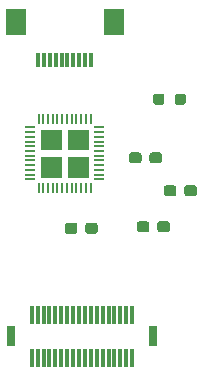
<source format=gtp>
%TF.GenerationSoftware,KiCad,Pcbnew,(5.1.10)-1*%
%TF.CreationDate,2021-12-08T22:58:09+01:00*%
%TF.ProjectId,shield_v1,73686965-6c64-45f7-9631-2e6b69636164,rev?*%
%TF.SameCoordinates,Original*%
%TF.FileFunction,Paste,Top*%
%TF.FilePolarity,Positive*%
%FSLAX46Y46*%
G04 Gerber Fmt 4.6, Leading zero omitted, Abs format (unit mm)*
G04 Created by KiCad (PCBNEW (5.1.10)-1) date 2021-12-08 22:58:09*
%MOMM*%
%LPD*%
G01*
G04 APERTURE LIST*
%ADD10C,0.010000*%
%ADD11R,1.803400X2.209800*%
%ADD12R,0.304800X1.295400*%
%ADD13R,0.800000X1.800000*%
%ADD14R,0.300000X1.600000*%
%ADD15R,0.230000X0.810000*%
%ADD16R,0.810000X0.230000*%
G04 APERTURE END LIST*
D10*
%TO.C,U1*%
G36*
X65359392Y-64343000D02*
G01*
X66989000Y-64343000D01*
X66989000Y-65975300D01*
X65359392Y-65975300D01*
X65359392Y-64343000D01*
G37*
X65359392Y-64343000D02*
X66989000Y-64343000D01*
X66989000Y-65975300D01*
X65359392Y-65975300D01*
X65359392Y-64343000D01*
G36*
X63058460Y-62043000D02*
G01*
X64689000Y-62043000D01*
X64689000Y-63672909D01*
X63058460Y-63672909D01*
X63058460Y-62043000D01*
G37*
X63058460Y-62043000D02*
X64689000Y-62043000D01*
X64689000Y-63672909D01*
X63058460Y-63672909D01*
X63058460Y-62043000D01*
G36*
X63055350Y-64343000D02*
G01*
X64689000Y-64343000D01*
X64689000Y-65976650D01*
X63055350Y-65976650D01*
X63055350Y-64343000D01*
G37*
X63055350Y-64343000D02*
X64689000Y-64343000D01*
X64689000Y-65976650D01*
X63055350Y-65976650D01*
X63055350Y-64343000D01*
G36*
X65359406Y-62043000D02*
G01*
X66989000Y-62043000D01*
X66989000Y-63672594D01*
X65359406Y-63672594D01*
X65359406Y-62043000D01*
G37*
X65359406Y-62043000D02*
X66989000Y-62043000D01*
X66989000Y-63672594D01*
X65359406Y-63672594D01*
X65359406Y-62043000D01*
%TD*%
D11*
%TO.C,J6*%
X60874000Y-52884000D03*
X69174000Y-52884000D03*
D12*
X62774000Y-56134000D03*
X63274000Y-56134000D03*
X63774000Y-56134000D03*
X64274000Y-56134000D03*
X64774000Y-56134000D03*
X65274000Y-56134000D03*
X65774000Y-56134000D03*
X66274000Y-56134000D03*
X66774000Y-56134000D03*
X67274000Y-56134000D03*
%TD*%
D13*
%TO.C,J5*%
X72500000Y-79500000D03*
X60500000Y-79500000D03*
D14*
X70750000Y-77700000D03*
X70750000Y-81300000D03*
X70250000Y-77700000D03*
X70250000Y-81300000D03*
X69750000Y-77700000D03*
X69750000Y-81300000D03*
X69250000Y-77700000D03*
X69250000Y-81300000D03*
X68750000Y-77700000D03*
X68750000Y-81300000D03*
X68250000Y-77700000D03*
X68250000Y-81300000D03*
X67750000Y-77700000D03*
X67750000Y-81300000D03*
X67250000Y-77700000D03*
X67250000Y-81300000D03*
X66750000Y-77700000D03*
X66750000Y-81300000D03*
X66250000Y-77700000D03*
X66250000Y-81300000D03*
X65750000Y-77700000D03*
X65750000Y-81300000D03*
X65250000Y-77700000D03*
X65250000Y-81300000D03*
X64750000Y-77700000D03*
X64750000Y-81300000D03*
X64250000Y-77700000D03*
X64250000Y-81300000D03*
X63750000Y-77700000D03*
X63750000Y-81300000D03*
X63250000Y-77700000D03*
X63250000Y-81300000D03*
X62750000Y-77700000D03*
X62750000Y-81300000D03*
X62250000Y-77700000D03*
X62250000Y-81300000D03*
%TD*%
%TO.C,R1*%
G36*
G01*
X73489000Y-59198500D02*
X73489000Y-59673500D01*
G75*
G02*
X73251500Y-59911000I-237500J0D01*
G01*
X72751500Y-59911000D01*
G75*
G02*
X72514000Y-59673500I0J237500D01*
G01*
X72514000Y-59198500D01*
G75*
G02*
X72751500Y-58961000I237500J0D01*
G01*
X73251500Y-58961000D01*
G75*
G02*
X73489000Y-59198500I0J-237500D01*
G01*
G37*
G36*
G01*
X75314000Y-59198500D02*
X75314000Y-59673500D01*
G75*
G02*
X75076500Y-59911000I-237500J0D01*
G01*
X74576500Y-59911000D01*
G75*
G02*
X74339000Y-59673500I0J237500D01*
G01*
X74339000Y-59198500D01*
G75*
G02*
X74576500Y-58961000I237500J0D01*
G01*
X75076500Y-58961000D01*
G75*
G02*
X75314000Y-59198500I0J-237500D01*
G01*
G37*
%TD*%
%TO.C,C4*%
G36*
G01*
X66122500Y-70120500D02*
X66122500Y-70595500D01*
G75*
G02*
X65885000Y-70833000I-237500J0D01*
G01*
X65285000Y-70833000D01*
G75*
G02*
X65047500Y-70595500I0J237500D01*
G01*
X65047500Y-70120500D01*
G75*
G02*
X65285000Y-69883000I237500J0D01*
G01*
X65885000Y-69883000D01*
G75*
G02*
X66122500Y-70120500I0J-237500D01*
G01*
G37*
G36*
G01*
X67847500Y-70120500D02*
X67847500Y-70595500D01*
G75*
G02*
X67610000Y-70833000I-237500J0D01*
G01*
X67010000Y-70833000D01*
G75*
G02*
X66772500Y-70595500I0J237500D01*
G01*
X66772500Y-70120500D01*
G75*
G02*
X67010000Y-69883000I237500J0D01*
G01*
X67610000Y-69883000D01*
G75*
G02*
X67847500Y-70120500I0J-237500D01*
G01*
G37*
%TD*%
%TO.C,C3*%
G36*
G01*
X72868500Y-70468500D02*
X72868500Y-69993500D01*
G75*
G02*
X73106000Y-69756000I237500J0D01*
G01*
X73706000Y-69756000D01*
G75*
G02*
X73943500Y-69993500I0J-237500D01*
G01*
X73943500Y-70468500D01*
G75*
G02*
X73706000Y-70706000I-237500J0D01*
G01*
X73106000Y-70706000D01*
G75*
G02*
X72868500Y-70468500I0J237500D01*
G01*
G37*
G36*
G01*
X71143500Y-70468500D02*
X71143500Y-69993500D01*
G75*
G02*
X71381000Y-69756000I237500J0D01*
G01*
X71981000Y-69756000D01*
G75*
G02*
X72218500Y-69993500I0J-237500D01*
G01*
X72218500Y-70468500D01*
G75*
G02*
X71981000Y-70706000I-237500J0D01*
G01*
X71381000Y-70706000D01*
G75*
G02*
X71143500Y-70468500I0J237500D01*
G01*
G37*
%TD*%
%TO.C,C2*%
G36*
G01*
X71557000Y-64151500D02*
X71557000Y-64626500D01*
G75*
G02*
X71319500Y-64864000I-237500J0D01*
G01*
X70719500Y-64864000D01*
G75*
G02*
X70482000Y-64626500I0J237500D01*
G01*
X70482000Y-64151500D01*
G75*
G02*
X70719500Y-63914000I237500J0D01*
G01*
X71319500Y-63914000D01*
G75*
G02*
X71557000Y-64151500I0J-237500D01*
G01*
G37*
G36*
G01*
X73282000Y-64151500D02*
X73282000Y-64626500D01*
G75*
G02*
X73044500Y-64864000I-237500J0D01*
G01*
X72444500Y-64864000D01*
G75*
G02*
X72207000Y-64626500I0J237500D01*
G01*
X72207000Y-64151500D01*
G75*
G02*
X72444500Y-63914000I237500J0D01*
G01*
X73044500Y-63914000D01*
G75*
G02*
X73282000Y-64151500I0J-237500D01*
G01*
G37*
%TD*%
%TO.C,C1*%
G36*
G01*
X75154500Y-67420500D02*
X75154500Y-66945500D01*
G75*
G02*
X75392000Y-66708000I237500J0D01*
G01*
X75992000Y-66708000D01*
G75*
G02*
X76229500Y-66945500I0J-237500D01*
G01*
X76229500Y-67420500D01*
G75*
G02*
X75992000Y-67658000I-237500J0D01*
G01*
X75392000Y-67658000D01*
G75*
G02*
X75154500Y-67420500I0J237500D01*
G01*
G37*
G36*
G01*
X73429500Y-67420500D02*
X73429500Y-66945500D01*
G75*
G02*
X73667000Y-66708000I237500J0D01*
G01*
X74267000Y-66708000D01*
G75*
G02*
X74504500Y-66945500I0J-237500D01*
G01*
X74504500Y-67420500D01*
G75*
G02*
X74267000Y-67658000I-237500J0D01*
G01*
X73667000Y-67658000D01*
G75*
G02*
X73429500Y-67420500I0J237500D01*
G01*
G37*
%TD*%
D15*
%TO.C,U1*%
X62824000Y-61058000D03*
X63224000Y-61058000D03*
X63624000Y-61058000D03*
X64024000Y-61058000D03*
X64424000Y-61058000D03*
X64824000Y-61058000D03*
X65224000Y-61058000D03*
X65624000Y-61058000D03*
X66024000Y-61058000D03*
X66424000Y-61058000D03*
X66824000Y-61058000D03*
X67224000Y-61058000D03*
D16*
X67974000Y-61808000D03*
X67974000Y-62208000D03*
X67974000Y-62608000D03*
X67974000Y-63008000D03*
X67974000Y-63408000D03*
X67974000Y-63808000D03*
X67974000Y-64208000D03*
X67974000Y-64608000D03*
X67974000Y-65008000D03*
X67974000Y-65408000D03*
X67974000Y-65808000D03*
X67974000Y-66208000D03*
D15*
X67224000Y-66958000D03*
X66824000Y-66958000D03*
X66424000Y-66958000D03*
X66024000Y-66958000D03*
X65624000Y-66958000D03*
X65224000Y-66958000D03*
X64824000Y-66958000D03*
X64424000Y-66958000D03*
X64024000Y-66958000D03*
X63624000Y-66958000D03*
X63224000Y-66958000D03*
X62824000Y-66958000D03*
D16*
X62074000Y-66208000D03*
X62074000Y-65808000D03*
X62074000Y-65408000D03*
X62074000Y-65008000D03*
X62074000Y-64608000D03*
X62074000Y-64208000D03*
X62074000Y-63808000D03*
X62074000Y-63408000D03*
X62074000Y-63008000D03*
X62074000Y-62608000D03*
X62074000Y-62208000D03*
X62074000Y-61808000D03*
%TD*%
M02*

</source>
